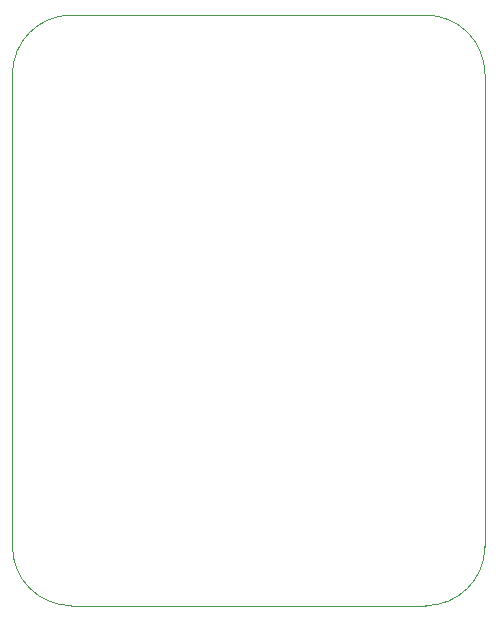
<source format=gm1>
G04 #@! TF.GenerationSoftware,KiCad,Pcbnew,(5.1.5)-3*
G04 #@! TF.CreationDate,2021-09-26T22:58:59-04:00*
G04 #@! TF.ProjectId,EPC611 LIDAR,45504336-3131-4204-9c49-4441522e6b69,rev?*
G04 #@! TF.SameCoordinates,Original*
G04 #@! TF.FileFunction,Profile,NP*
%FSLAX46Y46*%
G04 Gerber Fmt 4.6, Leading zero omitted, Abs format (unit mm)*
G04 Created by KiCad (PCBNEW (5.1.5)-3) date 2021-09-26 22:58:59*
%MOMM*%
%LPD*%
G04 APERTURE LIST*
%ADD10C,0.100000*%
G04 APERTURE END LIST*
D10*
X115000000Y-72000000D02*
G75*
G02X120000000Y-77000000I0J-5000000D01*
G01*
X120000000Y-117000000D02*
G75*
G02X115000000Y-122000000I-5000000J0D01*
G01*
X85000000Y-122000000D02*
G75*
G02X80000000Y-117000000I0J5000000D01*
G01*
X80000000Y-77000000D02*
G75*
G02X85000000Y-72000000I5000000J0D01*
G01*
X115000000Y-72000000D02*
X85000000Y-72000000D01*
X120000000Y-117000000D02*
X120000000Y-77000000D01*
X85000000Y-122000000D02*
X115000000Y-122000000D01*
X80000000Y-77000000D02*
X80000000Y-117000000D01*
M02*

</source>
